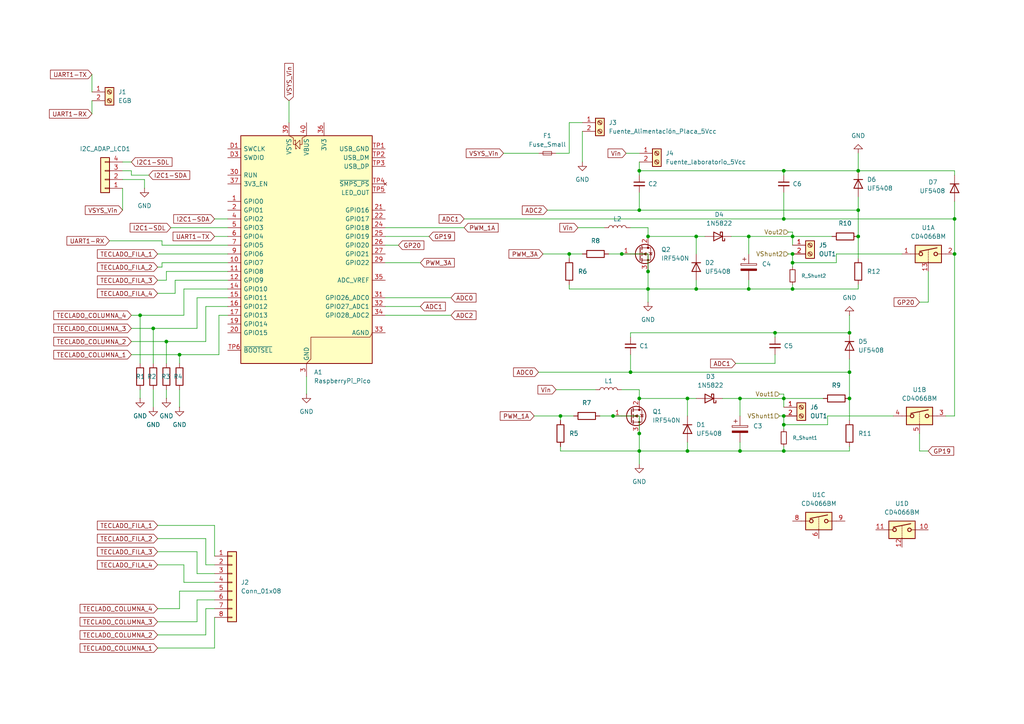
<source format=kicad_sch>
(kicad_sch (version 20250114) (generator "eeschema") (generator_version "9.0")
  (paper "A4")
  (title_block (title "Control de Fuente Elevadora de Tensión") (date "2025-07-13") (rev "00") (company "Grupo 1 Alonso, De Bonis, Silva"))
  (lib_symbols
    (symbol "Analog_Switch:CD4066BM"
      (property "Reference" "U" (at -5.08 3.81 0))
      (property "Value" "CD4066BM" (at 7.62 3.81 0))
      (symbol "CD4066BM_1_1"
        (pin bidirectional line (at -7.62 0 0) (length 2.54) (name "~") (number "1"))
        (pin input line (at 0 -5.08 90) (length 2.54) (name "~") (number "13"))
        (pin bidirectional line (at 7.62 0 180) (length 2.54) (name "~") (number "2"))
      )
      (symbol "CD4066BM_2_1"
        (pin bidirectional line (at -7.62 0 0) (length 2.54) (name "~") (number "4"))
        (pin input line (at 0 -5.08 90) (length 2.54) (name "~") (number "5"))
        (pin bidirectional line (at 7.62 0 180) (length 2.54) (name "~") (number "3"))
      )
      (symbol "CD4066BM_3_1"
        (pin bidirectional line (at -7.62 0 0) (length 2.54) (name "~") (number "8"))
        (pin input line (at 0 -5.08 90) (length 2.54) (name "~") (number "6"))
        (pin bidirectional line (at 7.62 0 180) (length 2.54) (name "~") (number "9"))
      )
      (symbol "CD4066BM_4_1"
        (pin bidirectional line (at -7.62 0 0) (length 2.54) (name "~") (number "11"))
        (pin input line (at 0 -5.08 90) (length 2.54) (name "~") (number "12"))
        (pin bidirectional line (at 7.62 0 180) (length 2.54) (name "~") (number "10"))
      )
      (symbol "CD4066BM_5_1"
        (pin power_in line (at 0 7.62 270) (length 2.54) (name "V_{DD}") (number "14"))
        (pin power_in line (at 0 -7.62 90) (length 2.54) (name "V_{SS}") (number "7"))
      )
    )
    (symbol "Connector:Screw_Terminal_01x02" (pin_names (offset 1.016) (hide yes))
      (property "Reference" "J" (at 0 2.54 0))
      (property "Value" "Screw_Terminal_01x02" (at 0 -5.08 0))
      (symbol "Screw_Terminal_01x02_1_1"
        (pin passive line (at -5.08 0 0) (length 3.81) (name "Pin_1") (number "1"))
        (pin passive line (at -5.08 -2.54 0) (length 3.81) (name "Pin_2") (number "2"))
      )
    )
    (symbol "Connector_Generic:Conn_01x04" (pin_names (offset 1.016) (hide yes))
      (property "Reference" "J" (at 0 5.08 0))
      (property "Value" "Conn_01x04" (at 0 -7.62 0))
      (symbol "Conn_01x04_1_1"
        (pin passive line (at -5.08 2.54 0) (length 3.81) (name "Pin_1") (number "1"))
        (pin passive line (at -5.08 0 0) (length 3.81) (name "Pin_2") (number "2"))
        (pin passive line (at -5.08 -2.54 0) (length 3.81) (name "Pin_3") (number "3"))
        (pin passive line (at -5.08 -5.08 0) (length 3.81) (name "Pin_4") (number "4"))
      )
    )
    (symbol "Connector_Generic:Conn_01x08" (pin_names (offset 1.016) (hide yes))
      (property "Reference" "J" (at 0 10.16 0))
      (property "Value" "Conn_01x08" (at 0 -12.7 0))
      (symbol "Conn_01x08_1_1"
        (pin passive line (at -5.08 7.62 0) (length 3.81) (name "Pin_1") (number "1"))
        (pin passive line (at -5.08 5.08 0) (length 3.81) (name "Pin_2") (number "2"))
        (pin passive line (at -5.08 2.54 0) (length 3.81) (name "Pin_3") (number "3"))
        (pin passive line (at -5.08 0 0) (length 3.81) (name "Pin_4") (number "4"))
        (pin passive line (at -5.08 -2.54 0) (length 3.81) (name "Pin_5") (number "5"))
        (pin passive line (at -5.08 -5.08 0) (length 3.81) (name "Pin_6") (number "6"))
        (pin passive line (at -5.08 -7.62 0) (length 3.81) (name "Pin_7") (number "7"))
        (pin passive line (at -5.08 -10.16 0) (length 3.81) (name "Pin_8") (number "8"))
      )
    )
    (symbol "Device:C_Polarized" (pin_numbers (hide yes)) (pin_names (offset 0.254))
      (property "Reference" "C" (at 0.635 2.54 0))
      (property "Value" "C_Polarized" (at 0.635 -2.54 0))
      (symbol "C_Polarized_1_1"
        (pin passive line (at 0 3.81 270) (length 2.794) (name "~") (number "1"))
        (pin passive line (at 0 -3.81 90) (length 2.794) (name "~") (number "2"))
      )
    )
    (symbol "Device:C_Small" (pin_numbers (hide yes)) (pin_names (offset 0.254) (hide yes))
      (property "Reference" "C" (at 0.254 1.778 0))
      (property "Value" "C_Small" (at 0.254 -2.032 0))
      (symbol "C_Small_1_1"
        (pin passive line (at 0 2.54 270) (length 2.032) (name "~") (number "1"))
        (pin passive line (at 0 -2.54 90) (length 2.032) (name "~") (number "2"))
      )
    )
    (symbol "Device:Fuse_Small" (pin_numbers (hide yes)) (pin_names (offset 0.254) (hide yes))
      (property "Reference" "F" (at 0 -1.524 0))
      (property "Value" "Fuse_Small" (at 0 1.524 0))
      (symbol "Fuse_Small_1_1"
        (pin passive line (at -2.54 0 0) (length 1.27) (name "~") (number "1"))
        (pin passive line (at 2.54 0 180) (length 1.27) (name "~") (number "2"))
      )
    )
    (symbol "Device:L" (pin_numbers (hide yes)) (pin_names (offset 1.016) (hide yes))
      (property "Reference" "L" (at -1.27 0 90))
      (property "Value" "L" (at 1.905 0 90))
      (symbol "L_1_1"
        (pin passive line (at 0 3.81 270) (length 1.27) (name "1") (number "1"))
        (pin passive line (at 0 -3.81 90) (length 1.27) (name "2") (number "2"))
      )
    )
    (symbol "Device:R" (pin_numbers (hide yes)) (pin_names (offset 0))
      (property "Reference" "R" (at 2.032 0 90))
      (property "Value" "R" (at 0 0 90))
      (symbol "R_1_1"
        (pin passive line (at 0 3.81 270) (length 1.27) (name "~") (number "1"))
        (pin passive line (at 0 -3.81 90) (length 1.27) (name "~") (number "2"))
      )
    )
    (symbol "Device:R_Small" (pin_numbers (hide yes)) (pin_names (offset 0.254) (hide yes))
      (property "Reference" "R" (at 0 0 90))
      (property "Value" "R_Small" (at 1.778 0 90))
      (symbol "R_Small_1_1"
        (pin passive line (at 0 2.54 270) (length 0.762) (name "~") (number "1"))
        (pin passive line (at 0 -2.54 90) (length 0.762) (name "~") (number "2"))
      )
    )
    (symbol "Diode:1N5822" (pin_numbers (hide yes)) (pin_names (offset 1.016) (hide yes))
      (property "Reference" "D" (at 0 2.54 0))
      (property "Value" "1N5822" (at 0 -2.54 0))
      (symbol "1N5822_1_1"
        (pin passive line (at -3.81 0 0) (length 2.54) (name "K") (number "1"))
        (pin passive line (at 3.81 0 180) (length 2.54) (name "A") (number "2"))
      )
    )
    (symbol "Diode:UF5408" (pin_numbers (hide yes)) (pin_names (hide yes))
      (property "Reference" "D" (at 0 2.54 0))
      (property "Value" "UF5408" (at 0 -2.54 0))
      (symbol "UF5408_1_1"
        (pin passive line (at -3.81 0 0) (length 2.54) (name "K") (number "1"))
        (pin passive line (at 3.81 0 180) (length 2.54) (name "A") (number "2"))
      )
    )
    (symbol "MCU_Module:RaspberryPi_Pico_Extensive" (pin_names (offset 0.762))
      (property "Reference" "A" (at -19.05 35.56 0))
      (property "Value" "RaspberryPi_Pico" (at 7.62 35.56 0))
      (symbol "RaspberryPi_Pico_Extensive_1_1"
        (pin input line (at -22.86 30.48 0) (length 3.81) (name "SWCLK") (number "D1"))
        (pin bidirectional line (at -22.86 27.94 0) (length 3.81) (name "SWDIO") (number "D3"))
        (pin passive line (at -22.86 22.86 0) (length 3.81) (name "RUN") (number "30"))
        (pin passive line (at -22.86 20.32 0) (length 3.81) (name "3V3_EN") (number "37"))
        (pin bidirectional line (at -22.86 15.24 0) (length 3.81) (name "GPIO0") (number "1"))
        (pin bidirectional line (at -22.86 12.7 0) (length 3.81) (name "GPIO1") (number "2"))
        (pin bidirectional line (at -22.86 10.16 0) (length 3.81) (name "GPIO2") (number "4"))
        (pin bidirectional line (at -22.86 7.62 0) (length 3.81) (name "GPIO3") (number "5"))
        (pin bidirectional line (at -22.86 5.08 0) (length 3.81) (name "GPIO4") (number "6"))
        (pin bidirectional line (at -22.86 2.54 0) (length 3.81) (name "GPIO5") (number "7"))
        (pin bidirectional line (at -22.86 0 0) (length 3.81) (name "GPIO6") (number "9"))
        (pin bidirectional line (at -22.86 -2.54 0) (length 3.81) (name "GPIO7") (number "10"))
        (pin bidirectional line (at -22.86 -5.08 0) (length 3.81) (name "GPIO8") (number "11"))
        (pin bidirectional line (at -22.86 -7.62 0) (length 3.81) (name "GPIO9") (number "12"))
        (pin bidirectional line (at -22.86 -10.16 0) (length 3.81) (name "GPIO10") (number "14"))
        (pin bidirectional line (at -22.86 -12.7 0) (length 3.81) (name "GPIO11") (number "15"))
        (pin bidirectional line (at -22.86 -15.24 0) (length 3.81) (name "GPIO12") (number "16"))
        (pin bidirectional line (at -22.86 -17.78 0) (length 3.81) (name "GPIO13") (number "17"))
        (pin bidirectional line (at -22.86 -20.32 0) (length 3.81) (name "GPIO14") (number "19"))
        (pin bidirectional line (at -22.86 -22.86 0) (length 3.81) (name "GPIO15") (number "20"))
        (pin input line (at -22.86 -27.94 0) (length 3.81) (name "~{BOOTSEL}") (number "TP6"))
        (pin power_in line (at -5.08 38.1 270) (length 3.81) (name "VSYS") (number "39"))
        (pin power_out line (at 0 38.1 270) (length 3.81) (name "VBUS") (number "40"))
        (pin passive line (at 0 -35.56 90) (length 3.81) (hide yes) (name "GND") (number "13"))
        (pin passive line (at 0 -35.56 90) (length 3.81) (hide yes) (name "GND") (number "18"))
        (pin passive line (at 0 -35.56 90) (length 3.81) (hide yes) (name "GND") (number "23"))
        (pin passive line (at 0 -35.56 90) (length 3.81) (hide yes) (name "GND") (number "28"))
        (pin power_out line (at 0 -35.56 90) (length 3.81) (name "GND") (number "3"))
        (pin passive line (at 0 -35.56 90) (length 3.81) (hide yes) (name "GND") (number "38"))
        (pin passive line (at 0 -35.56 90) (length 3.81) (hide yes) (name "GND") (number "8"))
        (pin passive line (at 0 -35.56 90) (length 3.81) (hide yes) (name "GND") (number "D2"))
        (pin power_out line (at 5.08 38.1 270) (length 3.81) (name "3V3") (number "36"))
        (pin power_out line (at 22.86 30.48 180) (length 3.81) (name "USB_GND") (number "TP1"))
        (pin bidirectional line (at 22.86 27.94 180) (length 3.81) (name "USB_DM") (number "TP2"))
        (pin bidirectional line (at 22.86 25.4 180) (length 3.81) (name "USB_DP") (number "TP3"))
        (pin no_connect line (at 22.86 20.32 180) (length 3.81) (name "~{SMPS_PS}") (number "TP4"))
        (pin output line (at 22.86 17.78 180) (length 3.81) (name "LED_OUT") (number "TP5"))
        (pin bidirectional line (at 22.86 12.7 180) (length 3.81) (name "GPIO16") (number "21"))
        (pin bidirectional line (at 22.86 10.16 180) (length 3.81) (name "GPIO17") (number "22"))
        (pin bidirectional line (at 22.86 7.62 180) (length 3.81) (name "GPIO18") (number "24"))
        (pin bidirectional line (at 22.86 5.08 180) (length 3.81) (name "GPIO19") (number "25"))
        (pin bidirectional line (at 22.86 2.54 180) (length 3.81) (name "GPIO20") (number "26"))
        (pin bidirectional line (at 22.86 0 180) (length 3.81) (name "GPIO21") (number "27"))
        (pin bidirectional line (at 22.86 -2.54 180) (length 3.81) (name "GPIO22") (number "29"))
        (pin power_in line (at 22.86 -7.62 180) (length 3.81) (name "ADC_VREF") (number "35"))
        (pin bidirectional line (at 22.86 -12.7 180) (length 3.81) (name "GPIO26_ADC0") (number "31"))
        (pin bidirectional line (at 22.86 -15.24 180) (length 3.81) (name "GPIO27_ADC1") (number "32"))
        (pin bidirectional line (at 22.86 -17.78 180) (length 3.81) (name "GPIO28_ADC2") (number "34"))
        (pin power_out line (at 22.86 -22.86 180) (length 3.81) (name "AGND") (number "33"))
      )
    )
    (symbol "Transistor_FET:IRF540N" (pin_names (hide yes))
      (property "Reference" "Q" (at 5.08 1.905 0))
      (property "Value" "IRF540N" (at 5.08 0 0))
      (symbol "IRF540N_1_1"
        (pin input line (at -5.08 0 0) (length 2.54) (name "G") (number "1"))
        (pin passive line (at 2.54 5.08 270) (length 2.54) (name "D") (number "2"))
        (pin passive line (at 2.54 -5.08 90) (length 2.54) (name "S") (number "3"))
      )
    )
    (symbol "power:GND" (power) (pin_numbers (hide yes)) (pin_names (offset 0) (hide yes))
      (property "Value" "GND" (at 0 -3.81 0))
      (symbol "GND_1_1"
        (pin power_in line (at 0 0 270) (length 0) (name "~") (number "1"))
      )
    )
  )
  (junction (at 214.63 130.81))
  (junction (at 217.17 68.58))
  (junction (at 224.79 96.52))
  (junction (at 217.17 83.82))
  (junction (at 276.86 73.66))
  (junction (at 162.56 120.65))
  (junction (at 187.96 68.58))
  (junction (at 248.92 68.58))
  (junction (at 229.87 68.58))
  (junction (at 187.96 83.82))
  (junction (at 227.33 63.5))
  (junction (at 182.88 107.95))
  (junction (at 185.42 60.96))
  (junction (at 44.45 95.25))
  (junction (at 229.87 76.2))
  (junction (at 48.26 99.06))
  (junction (at 185.42 115.57))
  (junction (at 248.92 49.53))
  (junction (at 214.63 115.57))
  (junction (at 246.38 107.95))
  (junction (at 185.42 125.73))
  (junction (at 180.34 73.66))
  (junction (at 185.42 49.53))
  (junction (at 227.33 120.65))
  (junction (at 201.93 68.58))
  (junction (at 229.87 83.82))
  (junction (at 227.33 115.57))
  (junction (at 201.93 83.82))
  (junction (at 177.8 120.65))
  (junction (at 246.38 115.57))
  (junction (at 276.86 63.5))
  (junction (at 199.39 115.57))
  (junction (at 229.87 73.66))
  (junction (at 248.92 60.96))
  (junction (at 52.07 102.87))
  (junction (at 227.33 49.53))
  (junction (at 227.33 130.81))
  (junction (at 187.96 78.74))
  (junction (at 185.42 130.81))
  (junction (at 165.1 73.66))
  (junction (at 246.38 96.52))
  (junction (at 40.64 91.44))
  (junction (at 227.33 123.19))
  (junction (at 199.39 130.81))
  (wire (pts (xy 227.33 120.65) (xy 227.33 123.19)))
  (wire (pts (xy 165.1 35.56) (xy 165.1 44.45)))
  (wire (pts (xy 227.33 115.57) (xy 238.76 115.57)))
  (wire (pts (xy 182.88 96.52) (xy 224.79 96.52)))
  (wire (pts (xy 187.96 83.82) (xy 201.93 83.82)))
  (wire (pts (xy 201.93 81.28) (xy 201.93 83.82)))
  (wire (pts (xy 111.76 91.44) (xy 130.81 91.44)))
  (wire (pts (xy 43.18 50.8) (xy 38.1 50.8)))
  (wire (pts (xy 46.99 69.85) (xy 31.75 69.85)))
  (wire (pts (xy 248.92 68.58) (xy 248.92 74.93)))
  (wire (pts (xy 242.57 76.2) (xy 242.57 73.66)))
  (wire (pts (xy 45.72 73.66) (xy 66.04 73.66)))
  (wire (pts (xy 242.57 73.66) (xy 261.62 73.66)))
  (wire (pts (xy 227.33 49.53) (xy 248.92 49.53)))
  (wire (pts (xy 240.03 120.65) (xy 259.08 120.65)))
  (wire (pts (xy 161.29 113.03) (xy 172.72 113.03)))
  (wire (pts (xy 48.26 99.06) (xy 48.26 105.41)))
  (wire (pts (xy 59.69 184.15) (xy 59.69 176.53)))
  (wire (pts (xy 214.63 115.57) (xy 214.63 120.65)))
  (wire (pts (xy 45.72 160.02) (xy 57.15 160.02)))
  (wire (pts (xy 185.42 115.57) (xy 199.39 115.57)))
  (wire (pts (xy 229.87 67.31) (xy 228.6 67.31)))
  (wire (pts (xy 40.64 91.44) (xy 38.1 91.44)))
  (wire (pts (xy 217.17 68.58) (xy 217.17 73.66)))
  (wire (pts (xy 45.72 85.09) (xy 50.8 85.09)))
  (wire (pts (xy 59.69 156.21) (xy 59.69 163.83)))
  (wire (pts (xy 48.26 99.06) (xy 38.1 99.06)))
  (wire (pts (xy 157.48 73.66) (xy 165.1 73.66)))
  (wire (pts (xy 199.39 130.81) (xy 214.63 130.81)))
  (wire (pts (xy 229.87 73.66) (xy 228.6 73.66)))
  (wire (pts (xy 53.34 91.44) (xy 40.64 91.44)))
  (wire (pts (xy 40.64 113.03) (xy 40.64 115.57)))
  (wire (pts (xy 276.86 120.65) (xy 276.86 73.66)))
  (wire (pts (xy 66.04 76.2) (xy 46.99 76.2)))
  (wire (pts (xy 59.69 176.53) (xy 62.23 176.53)))
  (wire (pts (xy 246.38 91.44) (xy 246.38 96.52)))
  (wire (pts (xy 66.04 91.44) (xy 63.5 91.44)))
  (wire (pts (xy 59.69 163.83) (xy 62.23 163.83)))
  (wire (pts (xy 168.91 38.1) (xy 168.91 46.99)))
  (wire (pts (xy 134.62 63.5) (xy 227.33 63.5)))
  (wire (pts (xy 276.86 58.42) (xy 276.86 63.5)))
  (wire (pts (xy 185.42 46.99) (xy 185.42 49.53)))
  (wire (pts (xy 57.15 173.99) (xy 62.23 173.99)))
  (wire (pts (xy 227.33 123.19) (xy 227.33 124.46)))
  (wire (pts (xy 266.7 87.63) (xy 269.24 87.63)))
  (wire (pts (xy 274.32 120.65) (xy 276.86 120.65)))
  (wire (pts (xy 240.03 123.19) (xy 240.03 120.65)))
  (wire (pts (xy 185.42 113.03) (xy 185.42 115.57)))
  (wire (pts (xy 185.42 49.53) (xy 227.33 49.53)))
  (wire (pts (xy 248.92 44.45) (xy 248.92 49.53)))
  (wire (pts (xy 165.1 83.82) (xy 187.96 83.82)))
  (wire (pts (xy 180.34 113.03) (xy 185.42 113.03)))
  (wire (pts (xy 63.5 91.44) (xy 63.5 102.87)))
  (wire (pts (xy 46.99 77.47) (xy 45.72 77.47)))
  (wire (pts (xy 52.07 102.87) (xy 38.1 102.87)))
  (wire (pts (xy 62.23 187.96) (xy 45.72 187.96)))
  (wire (pts (xy 227.33 123.19) (xy 240.03 123.19)))
  (wire (pts (xy 180.34 73.66) (xy 187.96 73.66)))
  (wire (pts (xy 227.33 130.81) (xy 246.38 130.81)))
  (wire (pts (xy 185.42 49.53) (xy 185.42 50.8)))
  (wire (pts (xy 52.07 171.45) (xy 62.23 171.45)))
  (wire (pts (xy 168.91 35.56) (xy 165.1 35.56)))
  (wire (pts (xy 45.72 176.53) (xy 52.07 176.53)))
  (wire (pts (xy 227.33 115.57) (xy 227.33 114.3)))
  (wire (pts (xy 229.87 68.58) (xy 229.87 71.12)))
  (wire (pts (xy 187.96 68.58) (xy 201.93 68.58)))
  (wire (pts (xy 44.45 113.03) (xy 44.45 118.11)))
  (wire (pts (xy 57.15 180.34) (xy 57.15 173.99)))
  (wire (pts (xy 229.87 82.55) (xy 229.87 83.82)))
  (wire (pts (xy 45.72 156.21) (xy 59.69 156.21)))
  (wire (pts (xy 158.75 60.96) (xy 185.42 60.96)))
  (wire (pts (xy 201.93 68.58) (xy 201.93 73.66)))
  (wire (pts (xy 187.96 73.66) (xy 187.96 78.74)))
  (wire (pts (xy 154.94 120.65) (xy 162.56 120.65)))
  (wire (pts (xy 224.79 96.52) (xy 246.38 96.52)))
  (wire (pts (xy 181.61 44.45) (xy 185.42 44.45)))
  (wire (pts (xy 182.88 66.04) (xy 187.96 66.04)))
  (wire (pts (xy 187.96 83.82) (xy 187.96 87.63)))
  (wire (pts (xy 45.72 163.83) (xy 53.34 163.83)))
  (wire (pts (xy 66.04 78.74) (xy 48.26 78.74)))
  (wire (pts (xy 52.07 102.87) (xy 52.07 105.41)))
  (wire (pts (xy 59.69 88.9) (xy 66.04 88.9)))
  (wire (pts (xy 214.63 115.57) (xy 227.33 115.57)))
  (wire (pts (xy 201.93 83.82) (xy 217.17 83.82)))
  (wire (pts (xy 156.21 107.95) (xy 182.88 107.95)))
  (wire (pts (xy 66.04 71.12) (xy 46.99 71.12)))
  (wire (pts (xy 246.38 104.14) (xy 246.38 107.95)))
  (wire (pts (xy 111.76 86.36) (xy 130.81 86.36)))
  (wire (pts (xy 111.76 71.12) (xy 115.57 71.12)))
  (wire (pts (xy 276.86 63.5) (xy 276.86 73.66)))
  (wire (pts (xy 53.34 168.91) (xy 62.23 168.91)))
  (wire (pts (xy 229.87 73.66) (xy 229.87 76.2)))
  (wire (pts (xy 38.1 50.8) (xy 38.1 49.53)))
  (wire (pts (xy 227.33 114.3) (xy 226.06 114.3)))
  (wire (pts (xy 185.42 130.81) (xy 199.39 130.81)))
  (wire (pts (xy 217.17 81.28) (xy 217.17 83.82)))
  (wire (pts (xy 212.09 68.58) (xy 217.17 68.58)))
  (wire (pts (xy 35.56 46.99) (xy 38.1 46.99)))
  (wire (pts (xy 45.72 180.34) (xy 57.15 180.34)))
  (wire (pts (xy 185.42 55.88) (xy 185.42 60.96)))
  (wire (pts (xy 162.56 120.65) (xy 162.56 121.92)))
  (wire (pts (xy 63.5 102.87) (xy 52.07 102.87)))
  (wire (pts (xy 182.88 102.87) (xy 182.88 107.95)))
  (wire (pts (xy 26.67 29.21) (xy 26.67 33.02)))
  (wire (pts (xy 248.92 60.96) (xy 248.92 68.58)))
  (wire (pts (xy 57.15 95.25) (xy 44.45 95.25)))
  (wire (pts (xy 199.39 115.57) (xy 199.39 120.65)))
  (wire (pts (xy 165.1 82.55) (xy 165.1 83.82)))
  (wire (pts (xy 269.24 87.63) (xy 269.24 78.74)))
  (wire (pts (xy 167.64 66.04) (xy 175.26 66.04)))
  (wire (pts (xy 229.87 68.58) (xy 229.87 67.31)))
  (wire (pts (xy 227.33 120.65) (xy 226.06 120.65)))
  (wire (pts (xy 59.69 99.06) (xy 48.26 99.06)))
  (wire (pts (xy 46.99 71.12) (xy 46.99 69.85)))
  (wire (pts (xy 246.38 107.95) (xy 182.88 107.95)))
  (wire (pts (xy 62.23 152.4) (xy 62.23 161.29)))
  (wire (pts (xy 176.53 73.66) (xy 180.34 73.66)))
  (wire (pts (xy 229.87 68.58) (xy 241.3 68.58)))
  (wire (pts (xy 111.76 68.58) (xy 124.46 68.58)))
  (wire (pts (xy 161.29 44.45) (xy 165.1 44.45)))
  (wire (pts (xy 248.92 82.55) (xy 248.92 83.82)))
  (wire (pts (xy 199.39 128.27) (xy 199.39 130.81)))
  (wire (pts (xy 185.42 130.81) (xy 185.42 134.62)))
  (wire (pts (xy 213.36 105.41) (xy 224.79 105.41)))
  (wire (pts (xy 187.96 78.74) (xy 187.96 83.82)))
  (wire (pts (xy 48.26 113.03) (xy 48.26 115.57)))
  (wire (pts (xy 162.56 130.81) (xy 185.42 130.81)))
  (wire (pts (xy 146.05 44.45) (xy 156.21 44.45)))
  (wire (pts (xy 266.7 130.81) (xy 266.7 125.73)))
  (wire (pts (xy 62.23 63.5) (xy 66.04 63.5)))
  (wire (pts (xy 185.42 120.65) (xy 185.42 125.73)))
  (wire (pts (xy 62.23 179.07) (xy 62.23 187.96)))
  (wire (pts (xy 246.38 115.57) (xy 246.38 121.92)))
  (wire (pts (xy 45.72 184.15) (xy 59.69 184.15)))
  (wire (pts (xy 46.99 76.2) (xy 46.99 77.47)))
  (wire (pts (xy 83.82 29.21) (xy 83.82 35.56)))
  (wire (pts (xy 35.56 52.07) (xy 41.91 52.07)))
  (wire (pts (xy 41.91 54.61) (xy 41.91 52.07)))
  (wire (pts (xy 48.26 78.74) (xy 48.26 81.28)))
  (wire (pts (xy 201.93 68.58) (xy 204.47 68.58)))
  (wire (pts (xy 26.67 21.59) (xy 26.67 26.67)))
  (wire (pts (xy 35.56 54.61) (xy 35.56 60.96)))
  (wire (pts (xy 227.33 129.54) (xy 227.33 130.81)))
  (wire (pts (xy 214.63 130.81) (xy 227.33 130.81)))
  (wire (pts (xy 229.87 83.82) (xy 248.92 83.82)))
  (wire (pts (xy 52.07 176.53) (xy 52.07 171.45)))
  (wire (pts (xy 45.72 81.28) (xy 48.26 81.28)))
  (wire (pts (xy 66.04 86.36) (xy 57.15 86.36)))
  (wire (pts (xy 53.34 83.82) (xy 53.34 91.44)))
  (wire (pts (xy 185.42 125.73) (xy 185.42 130.81)))
  (wire (pts (xy 57.15 86.36) (xy 57.15 95.25)))
  (wire (pts (xy 276.86 50.8) (xy 276.86 49.53)))
  (wire (pts (xy 111.76 76.2) (xy 121.92 76.2)))
  (wire (pts (xy 52.07 113.03) (xy 52.07 118.11)))
  (wire (pts (xy 246.38 107.95) (xy 246.38 115.57)))
  (wire (pts (xy 248.92 57.15) (xy 248.92 60.96)))
  (wire (pts (xy 57.15 160.02) (xy 57.15 166.37)))
  (wire (pts (xy 173.99 120.65) (xy 177.8 120.65)))
  (wire (pts (xy 182.88 96.52) (xy 182.88 97.79)))
  (wire (pts (xy 217.17 83.82) (xy 229.87 83.82)))
  (wire (pts (xy 199.39 115.57) (xy 201.93 115.57)))
  (wire (pts (xy 227.33 63.5) (xy 276.86 63.5)))
  (wire (pts (xy 165.1 73.66) (xy 165.1 74.93)))
  (wire (pts (xy 66.04 83.82) (xy 53.34 83.82)))
  (wire (pts (xy 187.96 66.04) (xy 187.96 68.58)))
  (wire (pts (xy 209.55 115.57) (xy 214.63 115.57)))
  (wire (pts (xy 177.8 120.65) (xy 185.42 120.65)))
  (wire (pts (xy 44.45 95.25) (xy 38.1 95.25)))
  (wire (pts (xy 217.17 68.58) (xy 229.87 68.58)))
  (wire (pts (xy 44.45 95.25) (xy 44.45 105.41)))
  (wire (pts (xy 248.92 60.96) (xy 185.42 60.96)))
  (wire (pts (xy 66.04 81.28) (xy 50.8 81.28)))
  (wire (pts (xy 49.53 66.04) (xy 66.04 66.04)))
  (wire (pts (xy 162.56 129.54) (xy 162.56 130.81)))
  (wire (pts (xy 269.24 130.81) (xy 266.7 130.81)))
  (wire (pts (xy 227.33 115.57) (xy 227.33 118.11)))
  (wire (pts (xy 224.79 96.52) (xy 224.79 97.79)))
  (wire (pts (xy 38.1 49.53) (xy 35.56 49.53)))
  (wire (pts (xy 50.8 81.28) (xy 50.8 85.09)))
  (wire (pts (xy 53.34 163.83) (xy 53.34 168.91)))
  (wire (pts (xy 111.76 88.9) (xy 121.92 88.9)))
  (wire (pts (xy 224.79 105.41) (xy 224.79 102.87)))
  (wire (pts (xy 40.64 91.44) (xy 40.64 105.41)))
  (wire (pts (xy 62.23 68.58) (xy 66.04 68.58)))
  (wire (pts (xy 227.33 55.88) (xy 227.33 63.5)))
  (wire (pts (xy 45.72 152.4) (xy 62.23 152.4)))
  (wire (pts (xy 111.76 66.04) (xy 134.62 66.04)))
  (wire (pts (xy 162.56 120.65) (xy 166.37 120.65)))
  (wire (pts (xy 59.69 88.9) (xy 59.69 99.06)))
  (wire (pts (xy 165.1 73.66) (xy 168.91 73.66)))
  (wire (pts (xy 214.63 128.27) (xy 214.63 130.81)))
  (wire (pts (xy 88.9 109.22) (xy 88.9 114.3)))
  (wire (pts (xy 229.87 76.2) (xy 229.87 77.47)))
  (wire (pts (xy 229.87 76.2) (xy 242.57 76.2)))
  (wire (pts (xy 246.38 129.54) (xy 246.38 130.81)))
  (wire (pts (xy 57.15 166.37) (xy 62.23 166.37)))
  (wire (pts (xy 276.86 49.53) (xy 248.92 49.53)))
  (wire (pts (xy 227.33 49.53) (xy 227.33 50.8)))
  (global_label "GP20" (shape input) (at 115.57 71.12 0) (property "Intersheetrefs" "${INTERSHEET_REFS}" (effects (hide yes))))
  (global_label "ADC1" (shape input) (at 134.62 63.5 180) (property "Intersheetrefs" "${INTERSHEET_REFS}" (effects (hide yes))))
  (global_label "PWM_3A" (shape input) (at 121.92 76.2 0) (property "Intersheetrefs" "${INTERSHEET_REFS}" (effects (hide yes))))
  (global_label "TECLADO_FILA_4" (shape input) (at 45.72 85.09 180) (property "Intersheetrefs" "${INTERSHEET_REFS}" (effects (hide yes))))
  (global_label "GP19" (shape input) (at 124.46 68.58 0) (property "Intersheetrefs" "${INTERSHEET_REFS}" (effects (hide yes))))
  (global_label "ADC2" (shape input) (at 130.81 91.44 0) (property "Intersheetrefs" "${INTERSHEET_REFS}" (effects (hide yes))))
  (global_label "ADC0" (shape input) (at 130.81 86.36 0) (property "Intersheetrefs" "${INTERSHEET_REFS}" (effects (hide yes))))
  (global_label "TECLADO_COLUMNA_3" (shape input) (at 45.72 180.34 180) (property "Intersheetrefs" "${INTERSHEET_REFS}" (effects (hide yes))))
  (global_label "I2C1-SDA" (shape input) (at 43.18 50.8 0) (property "Intersheetrefs" "${INTERSHEET_REFS}" (effects (hide yes))))
  (global_label "ADC0" (shape input) (at 156.21 107.95 180) (property "Intersheetrefs" "${INTERSHEET_REFS}" (effects (hide yes))))
  (global_label "GP19" (shape input) (at 269.24 130.81 0) (property "Intersheetrefs" "${INTERSHEET_REFS}" (effects (hide yes))))
  (global_label "TECLADO_FILA_4" (shape input) (at 45.72 163.83 180) (property "Intersheetrefs" "${INTERSHEET_REFS}" (effects (hide yes))))
  (global_label "UART1-RX" (shape input) (at 31.75 69.85 180) (property "Intersheetrefs" "${INTERSHEET_REFS}" (effects (hide yes))))
  (global_label "Vin" (shape input) (at 167.64 66.04 180) (property "Intersheetrefs" "${INTERSHEET_REFS}" (effects (hide yes))))
  (global_label "TECLADO_FILA_1" (shape input) (at 45.72 152.4 180) (property "Intersheetrefs" "${INTERSHEET_REFS}" (effects (hide yes))))
  (global_label "I2C1-SDL" (shape input) (at 38.1 46.99 0) (property "Intersheetrefs" "${INTERSHEET_REFS}" (effects (hide yes))))
  (global_label "ADC2" (shape input) (at 158.75 60.96 180) (property "Intersheetrefs" "${INTERSHEET_REFS}" (effects (hide yes))))
  (global_label "GP20" (shape input) (at 266.7 87.63 180) (property "Intersheetrefs" "${INTERSHEET_REFS}" (effects (hide yes))))
  (global_label "UART1-TX" (shape input) (at 26.67 21.59 180) (property "Intersheetrefs" "${INTERSHEET_REFS}" (effects (hide yes))))
  (global_label "TECLADO_COLUMNA_1" (shape input) (at 45.72 187.96 180) (property "Intersheetrefs" "${INTERSHEET_REFS}" (effects (hide yes))))
  (global_label "TECLADO_COLUMNA_4" (shape input) (at 38.1 91.44 180) (property "Intersheetrefs" "${INTERSHEET_REFS}" (effects (hide yes))))
  (global_label "UART1-RX" (shape input) (at 26.67 33.02 180) (property "Intersheetrefs" "${INTERSHEET_REFS}" (effects (hide yes))))
  (global_label "I2C1-SDL" (shape input) (at 49.53 66.04 180) (property "Intersheetrefs" "${INTERSHEET_REFS}" (effects (hide yes))))
  (global_label "TECLADO_COLUMNA_2" (shape input) (at 38.1 99.06 180) (property "Intersheetrefs" "${INTERSHEET_REFS}" (effects (hide yes))))
  (global_label "PWM_1A" (shape input) (at 154.94 120.65 180) (property "Intersheetrefs" "${INTERSHEET_REFS}" (effects (hide yes))))
  (global_label "ADC1" (shape input) (at 121.92 88.9 0) (property "Intersheetrefs" "${INTERSHEET_REFS}" (effects (hide yes))))
  (global_label "VSYS_Vin" (shape input) (at 35.56 60.96 180) (property "Intersheetrefs" "${INTERSHEET_REFS}" (effects (hide yes))))
  (global_label "Vin" (shape input) (at 161.29 113.03 180) (property "Intersheetrefs" "${INTERSHEET_REFS}" (effects (hide yes))))
  (global_label "ADC1" (shape input) (at 213.36 105.41 180) (property "Intersheetrefs" "${INTERSHEET_REFS}" (effects (hide yes))))
  (global_label "TECLADO_FILA_3" (shape input) (at 45.72 81.28 180) (property "Intersheetrefs" "${INTERSHEET_REFS}" (effects (hide yes))))
  (global_label "TECLADO_COLUMNA_4" (shape input) (at 45.72 176.53 180) (property "Intersheetrefs" "${INTERSHEET_REFS}" (effects (hide yes))))
  (global_label "VSYS_Vin" (shape input) (at 83.82 29.21 90) (property "Intersheetrefs" "${INTERSHEET_REFS}" (effects (hide yes))))
  (global_label "PWM_1A" (shape input) (at 134.62 66.04 0) (property "Intersheetrefs" "${INTERSHEET_REFS}" (effects (hide yes))))
  (global_label "TECLADO_FILA_2" (shape input) (at 45.72 77.47 180) (property "Intersheetrefs" "${INTERSHEET_REFS}" (effects (hide yes))))
  (global_label "TECLADO_FILA_3" (shape input) (at 45.72 160.02 180) (property "Intersheetrefs" "${INTERSHEET_REFS}" (effects (hide yes))))
  (global_label "I2C1-SDA" (shape input) (at 62.23 63.5 180) (property "Intersheetrefs" "${INTERSHEET_REFS}" (effects (hide yes))))
  (global_label "TECLADO_COLUMNA_3" (shape input) (at 38.1 95.25 180) (property "Intersheetrefs" "${INTERSHEET_REFS}" (effects (hide yes))))
  (global_label "PWM_3A" (shape input) (at 157.48 73.66 180) (property "Intersheetrefs" "${INTERSHEET_REFS}" (effects (hide yes))))
  (global_label "UART1-TX" (shape input) (at 62.23 68.58 180) (property "Intersheetrefs" "${INTERSHEET_REFS}" (effects (hide yes))))
  (global_label "TECLADO_COLUMNA_1" (shape input) (at 38.1 102.87 180) (property "Intersheetrefs" "${INTERSHEET_REFS}" (effects (hide yes))))
  (global_label "VSYS_Vin" (shape input) (at 146.05 44.45 180) (property "Intersheetrefs" "${INTERSHEET_REFS}" (effects (hide yes))))
  (global_label "TECLADO_FILA_2" (shape input) (at 45.72 156.21 180) (property "Intersheetrefs" "${INTERSHEET_REFS}" (effects (hide yes))))
  (global_label "TECLADO_COLUMNA_2" (shape input) (at 45.72 184.15 180) (property "Intersheetrefs" "${INTERSHEET_REFS}" (effects (hide yes))))
  (global_label "Vin" (shape input) (at 181.61 44.45 180) (property "Intersheetrefs" "${INTERSHEET_REFS}" (effects (hide yes))))
  (global_label "TECLADO_FILA_1" (shape input) (at 45.72 73.66 180) (property "Intersheetrefs" "${INTERSHEET_REFS}" (effects (hide yes))))
  (hierarchical_label "VShunt2" (shape input) (at 228.6 73.66 180))
  (hierarchical_label "Vout1" (shape input) (at 226.06 114.3 180))
  (hierarchical_label "Vout2" (shape input) (at 228.6 67.31 180))
  (hierarchical_label "VShunt1" (shape input) (at 226.06 120.65 180))
  (symbol (lib_id "Connector_Generic:Conn_01x08") (at 67.31 168.91 0) (unit 1)
    (property "Reference" "J2" (at 69.85 168.9099 0) (effects (justify left)))
    (property "Value" "Conn_01x08" (at 69.85 171.4499 0) (effects (justify left)))
    (property "Footprint" "Connector_PinSocket_2.00mm:PinSocket_1x08_P2.00mm_Horizontal" (effects (hide yes)))
    (property "Description" "Generic connector, single row, 01x08, script generated (kicad-library-utils/schlib/autogen/connector/)" (effects (hide yes)))
  )
  (symbol (lib_id "power:GND") (at 48.26 115.57 0) (unit 1)
    (property "Reference" "#PWR04" (effects (hide yes)))
    (property "Value" "GND" (at 48.26 120.65 0))
    (property "Description" "Power symbol creates a global label with name \"GND\" , ground" (effects (hide yes)))
  )
  (symbol (lib_id "power:GND") (at 88.9 114.3 0) (unit 1)
    (property "Reference" "#PWR06" (effects (hide yes)))
    (property "Value" "GND" (at 88.9 119.38 0))
    (property "Description" "Power symbol creates a global label with name \"GND\" , ground" (effects (hide yes)))
  )
  (symbol (lib_id "Device:R") (at 40.64 109.22 0) (unit 1)
    (property "Reference" "R1" (at 39.37 109.2199 0) (effects (justify left)))
    (property "Value" "R" (effects (hide yes)))
    (property "Footprint" "Resistor_THT:R_Axial_DIN0614_L14.3mm_D5.7mm_P15.24mm_Horizontal" (effects (hide yes)))
    (property "Description" "Resistor" (effects (hide yes)))
  )
  (symbol (lib_id "Device:R") (at 242.57 115.57 90) (unit 1)
    (property "Reference" "R9" (at 242.57 111.76 90))
    (property "Value" "R" (effects (hide yes)))
    (property "Footprint" "Resistor_THT:R_Axial_DIN0614_L14.3mm_D5.7mm_P15.24mm_Horizontal" (effects (hide yes)))
    (property "Description" "Resistor" (effects (hide yes)))
  )
  (symbol (lib_id "Device:R") (at 44.45 109.22 0) (unit 1)
    (property "Reference" "R2" (at 42.672 109.22 0) (effects (justify left)))
    (property "Value" "R" (effects (hide yes)))
    (property "Footprint" "Resistor_THT:R_Axial_DIN0614_L14.3mm_D5.7mm_P15.24mm_Horizontal" (effects (hide yes)))
    (property "Description" "Resistor" (effects (hide yes)))
  )
  (symbol (lib_id "power:GND") (at 248.92 44.45 180) (unit 1)
    (property "Reference" "#PWR011" (effects (hide yes)))
    (property "Value" "GND" (at 248.92 39.37 0))
    (property "Description" "Power symbol creates a global label with name \"GND\" , ground" (effects (hide yes)))
  )
  (symbol (lib_id "Diode:1N5822") (at 205.74 115.57 180) (unit 1)
    (property "Reference" "D3" (at 206.0575 109.22 0))
    (property "Value" "1N5822" (at 206.0575 111.76 0))
    (property "Footprint" "Diode_THT:D_DO-201AD_P15.24mm_Horizontal" (effects (hide yes)))
    (property "Datasheet" "http://www.vishay.com/docs/88526/1n5820.pdf" (effects (hide yes)))
    (property "Description" "40V 3A Schottky Barrier Rectifier Diode, DO-201AD" (effects (hide yes)))
  )
  (symbol (lib_id "Device:R") (at 245.11 68.58 90) (unit 1)
    (property "Reference" "R10" (at 245.11 64.77 90))
    (property "Value" "R" (effects (hide yes)))
    (property "Footprint" "Resistor_THT:R_Axial_DIN0614_L14.3mm_D5.7mm_P15.24mm_Horizontal" (effects (hide yes)))
    (property "Description" "Resistor" (effects (hide yes)))
  )
  (symbol (lib_id "Diode:UF5408") (at 201.93 77.47 270) (unit 1)
    (property "Reference" "D2" (at 204.47 76.1999 90) (effects (justify left)))
    (property "Value" "UF5408" (at 204.47 78.7399 90) (effects (justify left)))
    (property "Footprint" "Diode_THT:D_DO-201AD_P15.24mm_Horizontal" (effects (hide yes)))
    (property "Datasheet" "http://www.vishay.com/docs/88756/uf5400.pdf" (effects (hide yes)))
    (property "Description" "1000V 3A Soft Recovery Ultrafast Rectifier Diode, DO-201AD" (effects (hide yes)))
    (property "Sim.Device" "D" (effects (hide yes)))
    (property "Sim.Pins" "1=K 2=A" (effects (hide yes)))
  )
  (symbol (lib_id "power:GND") (at 168.91 46.99 0) (unit 1)
    (property "Reference" "#PWR07" (effects (hide yes)))
    (property "Value" "GND" (at 168.91 52.07 0))
    (property "Description" "Power symbol creates a global label with name \"GND\" , ground" (effects (hide yes)))
  )
  (symbol (lib_id "Device:C_Small") (at 224.79 100.33 0) (unit 1)
    (property "Reference" "C5" (at 227.33 100.3362 0) (effects (justify left)))
    (property "Value" "C_Small" (effects (hide yes)))
    (property "Footprint" "Capacitor_THT:C_Axial_L3.8mm_D2.6mm_P7.50mm_Horizontal" (effects (hide yes)))
    (property "Description" "Unpolarized capacitor, small symbol" (effects (hide yes)))
  )
  (symbol (lib_id "Diode:UF5408") (at 246.38 100.33 270) (unit 1)
    (property "Reference" "D5" (at 248.92 99.0599 90) (effects (justify left)))
    (property "Value" "UF5408" (at 248.92 101.5999 90) (effects (justify left)))
    (property "Footprint" "Diode_THT:D_DO-201AD_P15.24mm_Horizontal" (effects (hide yes)))
    (property "Datasheet" "http://www.vishay.com/docs/88756/uf5400.pdf" (effects (hide yes)))
    (property "Description" "1000V 3A Soft Recovery Ultrafast Rectifier Diode, DO-201AD" (effects (hide yes)))
    (property "Sim.Device" "D" (effects (hide yes)))
    (property "Sim.Pins" "1=K 2=A" (effects (hide yes)))
  )
  (symbol (lib_id "Connector:Screw_Terminal_01x02") (at 173.99 35.56 0) (unit 1)
    (property "Reference" "J3" (at 176.53 35.5599 0) (effects (justify left)))
    (property "Value" "Fuente_Alimentación_Placa_5Vcc" (at 176.53 38.0999 0) (effects (justify left)))
    (property "Footprint" "TerminalBlock_Phoenix:TerminalBlock_Phoenix_MKDS-1,5-2-5.08_1x02_P5.08mm_Horizontal" (effects (hide yes)))
    (property "Description" "Generic screw terminal, single row, 01x02, script generated (kicad-library-utils/schlib/autogen/connector/)" (effects (hide yes)))
  )
  (symbol (lib_id "Device:R_Small") (at 229.87 80.01 0) (unit 1)
    (property "Reference" "R_Shunt2" (at 232.41 80.0099 0) (effects (font (size 1.016 1.016)) (justify left)))
    (property "Value" "R_Small" (effects (hide yes)))
    (property "Footprint" "Resistor_THT:R_Axial_Power_L20.0mm_W6.4mm_P25.40mm" (effects (hide yes)))
    (property "Description" "Resistor, small symbol" (effects (hide yes)))
  )
  (symbol (lib_id "Analog_Switch:CD4066BM") (at 237.49 151.13 0) (unit 3)
    (property "Reference" "U1" (at 237.49 143.51 0))
    (property "Value" "CD4066BM" (at 237.49 146.05 0))
    (property "Footprint" "Package_SO:SO-14_3.9x8.65mm_P1.27mm" (effects (hide yes)))
    (property "Datasheet" "https://www.ti.com/lit/ds/symlink/cd4066b.pdf" (effects (hide yes)))
    (property "Description" "Quad 20V analog SPST 1:1 switch, SO-14 (3.9x8.65mm)" (effects (hide yes)))
  )
  (symbol (lib_id "MCU_Module:RaspberryPi_Pico_Extensive") (at 88.9 73.66 0) (unit 1)
    (property "Reference" "A1" (at 91.0433 107.95 0) (effects (justify left)))
    (property "Value" "RaspberryPi_Pico" (at 91.0433 110.49 0) (effects (justify left)))
    (property "Footprint" "Module:RaspberryPi_Pico_SMD" (effects (hide yes)))
    (property "Datasheet" "https://datasheets.raspberrypi.com/pico/pico-datasheet.pdf" (effects (hide yes)))
    (property "Description" "Versatile and inexpensive microcontroller module (with full pinout for test point and debug connections) powered by RP2040 dual-core Arm Cortex-M0+ processor up to 133 MHz, 264kB SRAM, 2MB QSPI flash; also supports Raspberry Pi Pico 2" (effects (hide yes)))
  )
  (symbol (lib_id "Device:R") (at 52.07 109.22 0) (unit 1)
    (property "Reference" "R4" (at 50.292 109.22 0) (effects (justify left)))
    (property "Value" "R" (effects (hide yes)))
    (property "Footprint" "Resistor_THT:R_Axial_DIN0614_L14.3mm_D5.7mm_P15.24mm_Horizontal" (effects (hide yes)))
    (property "Description" "Resistor" (effects (hide yes)))
  )
  (symbol (lib_id "Device:L") (at 179.07 66.04 90) (unit 1)
    (property "Reference" "L2" (at 179.07 63.5 90))
    (property "Value" "L" (effects (hide yes)))
    (property "Footprint" "Inductor_SMD:L_TDK_SLF10165" (effects (hide yes)))
    (property "Description" "Inductor" (effects (hide yes)))
  )
  (symbol (lib_id "power:GND") (at 185.42 134.62 0) (unit 1)
    (property "Reference" "#PWR08" (effects (hide yes)))
    (property "Value" "GND" (at 185.42 139.7 0))
    (property "Description" "Power symbol creates a global label with name \"GND\" , ground" (effects (hide yes)))
  )
  (symbol (lib_id "Device:C_Small") (at 227.33 53.34 0) (unit 1)
    (property "Reference" "C6" (at 229.87 53.3462 0) (effects (justify left)))
    (property "Value" "C_Small" (effects (hide yes)))
    (property "Footprint" "Capacitor_THT:C_Axial_L3.8mm_D2.6mm_P7.50mm_Horizontal" (effects (hide yes)))
    (property "Description" "Unpolarized capacitor, small symbol" (effects (hide yes)))
  )
  (symbol (lib_id "Device:R_Small") (at 227.33 127 0) (unit 1)
    (property "Reference" "R_Shunt1" (at 229.87 126.9999 0) (effects (font (size 1.016 1.016)) (justify left)))
    (property "Value" "R_Small" (effects (hide yes)))
    (property "Footprint" "Resistor_THT:R_Axial_Power_L20.0mm_W6.4mm_P25.40mm" (effects (hide yes)))
    (property "Description" "Resistor, small symbol" (effects (hide yes)))
  )
  (symbol (lib_id "Diode:UF5408") (at 199.39 124.46 270) (unit 1)
    (property "Reference" "D1" (at 201.93 123.1899 90) (effects (justify left)))
    (property "Value" "UF5408" (at 201.93 125.7299 90) (effects (justify left)))
    (property "Footprint" "Diode_THT:D_DO-201AD_P15.24mm_Horizontal" (effects (hide yes)))
    (property "Datasheet" "http://www.vishay.com/docs/88756/uf5400.pdf" (effects (hide yes)))
    (property "Description" "1000V 3A Soft Recovery Ultrafast Rectifier Diode, DO-201AD" (effects (hide yes)))
    (property "Sim.Device" "D" (effects (hide yes)))
    (property "Sim.Pins" "1=K 2=A" (effects (hide yes)))
  )
  (symbol (lib_id "Connector:Screw_Terminal_01x02") (at 234.95 71.12 0) (unit 1)
    (property "Reference" "J5" (at 237.49 71.1199 0) (effects (justify left)))
    (property "Value" "OUT1" (at 237.49 73.6599 0) (effects (justify left)))
    (property "Footprint" "TerminalBlock_Phoenix:TerminalBlock_Phoenix_MKDS-1,5-2-5.08_1x02_P5.08mm_Horizontal" (effects (hide yes)))
    (property "Description" "Generic screw terminal, single row, 01x02, script generated (kicad-library-utils/schlib/autogen/connector/)" (effects (hide yes)))
  )
  (symbol (lib_id "Connector_Generic:Conn_01x04") (at 30.48 52.07 180) (unit 1)
    (property "Reference" "I2C_ADAP_LCD1" (at 30.48 43.18 0))
    (property "Value" "Conn_01x04" (effects (hide yes)))
    (property "Footprint" "Connector_PinSocket_2.54mm:PinSocket_1x04_P2.54mm_Vertical" (effects (hide yes)))
    (property "Description" "Generic connector, single row, 01x04, script generated (kicad-library-utils/schlib/autogen/connector/)" (effects (hide yes)))
  )
  (symbol (lib_id "power:GND") (at 40.64 115.57 0) (unit 1)
    (property "Reference" "#PWR01" (effects (hide yes)))
    (property "Value" "GND" (at 40.64 120.65 0))
    (property "Description" "Power symbol creates a global label with name \"GND\" , ground" (effects (hide yes)))
  )
  (symbol (lib_id "Analog_Switch:CD4066BM") (at 269.24 73.66 0) (unit 1)
    (property "Reference" "U1" (at 269.24 66.04 0))
    (property "Value" "CD4066BM" (at 269.24 68.58 0))
    (property "Footprint" "Package_SO:SO-14_3.9x8.65mm_P1.27mm" (effects (hide yes)))
    (property "Datasheet" "https://www.ti.com/lit/ds/symlink/cd4066b.pdf" (effects (hide yes)))
    (property "Description" "Quad 20V analog SPST 1:1 switch, SO-14 (3.9x8.65mm)" (effects (hide yes)))
  )
  (symbol (lib_id "Analog_Switch:CD4066BM") (at 261.62 153.67 0) (unit 4)
    (property "Reference" "U1" (at 261.62 146.05 0))
    (property "Value" "CD4066BM" (at 261.62 148.59 0))
    (property "Footprint" "Package_SO:SO-14_3.9x8.65mm_P1.27mm" (effects (hide yes)))
    (property "Datasheet" "https://www.ti.com/lit/ds/symlink/cd4066b.pdf" (effects (hide yes)))
    (property "Description" "Quad 20V analog SPST 1:1 switch, SO-14 (3.9x8.65mm)" (effects (hide yes)))
  )
  (symbol (lib_id "Connector:Screw_Terminal_01x02") (at 31.75 26.67 0) (unit 1)
    (property "Reference" "J1" (at 34.29 26.6699 0) (effects (justify left)))
    (property "Value" "EGB" (at 34.29 29.2099 0) (effects (justify left)))
    (property "Footprint" "TerminalBlock_Phoenix:TerminalBlock_Phoenix_MKDS-1,5-2-5.08_1x02_P5.08mm_Horizontal" (effects (hide yes)))
    (property "Description" "Generic screw terminal, single row, 01x02, script generated (kicad-library-utils/schlib/autogen/connector/)" (effects (hide yes)))
  )
  (symbol (lib_id "Device:R") (at 172.72 73.66 90) (unit 1)
    (property "Reference" "R8" (at 172.72 69.85 90))
    (property "Value" "R" (effects (hide yes)))
    (property "Footprint" "Resistor_THT:R_Axial_DIN0614_L14.3mm_D5.7mm_P15.24mm_Horizontal" (effects (hide yes)))
    (property "Description" "Resistor" (effects (hide yes)))
  )
  (symbol (lib_id "Connector:Screw_Terminal_01x02") (at 190.5 44.45 0) (unit 1)
    (property "Reference" "J4" (at 193.04 44.4499 0) (effects (justify left)))
    (property "Value" "Fuente_laboratorio_5Vcc" (at 193.04 46.9899 0) (effects (justify left)))
    (property "Footprint" "TerminalBlock_Phoenix:TerminalBlock_Phoenix_MKDS-1,5-2-5.08_1x02_P5.08mm_Horizontal" (effects (hide yes)))
    (property "Description" "Generic screw terminal, single row, 01x02, script generated (kicad-library-utils/schlib/autogen/connector/)" (effects (hide yes)))
  )
  (symbol (lib_id "Transistor_FET:IRF540N") (at 185.42 73.66 0) (unit 1)
    (property "Reference" "Q2" (at 191.77 72.3899 0) (effects (justify left)))
    (property "Value" "IRF540N" (at 191.77 74.9299 0) (effects (justify left)))
    (property "Footprint" "Package_TO_SOT_THT:TO-220-3_Vertical" (effects (hide yes)))
    (property "Datasheet" "http://www.irf.com/product-info/datasheets/data/irf540n.pdf" (effects (hide yes)))
    (property "Description" "33A Id, 100V Vds, HEXFET N-Channel MOSFET, TO-220" (effects (hide yes)))
  )
  (symbol (lib_id "Diode:1N5822") (at 208.28 68.58 180) (unit 1)
    (property "Reference" "D4" (at 208.5975 62.23 0))
    (property "Value" "1N5822" (at 208.5975 64.77 0))
    (property "Footprint" "Diode_THT:D_DO-201AD_P15.24mm_Horizontal" (effects (hide yes)))
    (property "Datasheet" "http://www.vishay.com/docs/88526/1n5820.pdf" (effects (hide yes)))
    (property "Description" "40V 3A Schottky Barrier Rectifier Diode, DO-201AD" (effects (hide yes)))
  )
  (symbol (lib_id "Device:C_Small") (at 182.88 100.33 0) (unit 1)
    (property "Reference" "C1" (at 185.42 100.3362 0) (effects (justify left)))
    (property "Value" "C_Small" (effects (hide yes)))
    (property "Footprint" "Capacitor_THT:C_Axial_L3.8mm_D2.6mm_P7.50mm_Horizontal" (effects (hide yes)))
    (property "Description" "Unpolarized capacitor, small symbol" (effects (hide yes)))
  )
  (symbol (lib_id "power:GND") (at 44.45 118.11 0) (unit 1)
    (property "Reference" "#PWR03" (effects (hide yes)))
    (property "Value" "GND" (at 44.45 123.19 0))
    (property "Description" "Power symbol creates a global label with name \"GND\" , ground" (effects (hide yes)))
  )
  (symbol (lib_id "Connector:Screw_Terminal_01x02") (at 232.41 118.11 0) (unit 1)
    (property "Reference" "J6" (at 234.95 118.1099 0) (effects (justify left)))
    (property "Value" "OUT1" (at 234.95 120.6499 0) (effects (justify left)))
    (property "Footprint" "TerminalBlock_Phoenix:TerminalBlock_Phoenix_MKDS-1,5-2-5.08_1x02_P5.08mm_Horizontal" (effects (hide yes)))
    (property "Description" "Generic screw terminal, single row, 01x02, script generated (kicad-library-utils/schlib/autogen/connector/)" (effects (hide yes)))
  )
  (symbol (lib_id "power:GND") (at 41.91 54.61 0) (unit 1)
    (property "Reference" "#PWR02" (effects (hide yes)))
    (property "Value" "GND" (at 41.91 59.69 0))
    (property "Description" "Power symbol creates a global label with name \"GND\" , ground" (effects (hide yes)))
  )
  (symbol (lib_id "Device:C_Polarized") (at 214.63 124.46 0) (unit 1)
    (property "Reference" "C3" (at 218.44 123.5709 0) (effects (justify left)))
    (property "Value" "C_Polarized" (effects (hide yes)))
    (property "Footprint" "Capacitor_THT:CP_Radial_D10.0mm_P2.50mm" (effects (hide yes)))
    (property "Description" "Polarized capacitor" (effects (hide yes)))
  )
  (symbol (lib_id "Device:R") (at 48.26 109.22 0) (unit 1)
    (property "Reference" "R3" (at 46.736 109.22 0) (effects (justify left)))
    (property "Value" "R" (effects (hide yes)))
    (property "Footprint" "Resistor_THT:R_Axial_DIN0614_L14.3mm_D5.7mm_P15.24mm_Horizontal" (effects (hide yes)))
    (property "Description" "Resistor" (effects (hide yes)))
  )
  (symbol (lib_id "Transistor_FET:IRF540N") (at 182.88 120.65 0) (unit 1)
    (property "Reference" "Q1" (at 189.23 119.3799 0) (effects (justify left)))
    (property "Value" "IRF540N" (at 189.23 121.9199 0) (effects (justify left)))
    (property "Footprint" "Package_TO_SOT_THT:TO-220-3_Vertical" (effects (hide yes)))
    (property "Datasheet" "http://www.irf.com/product-info/datasheets/data/irf540n.pdf" (effects (hide yes)))
    (property "Description" "33A Id, 100V Vds, HEXFET N-Channel MOSFET, TO-220" (effects (hide yes)))
  )
  (symbol (lib_id "Diode:UF5408") (at 248.92 53.34 270) (unit 1)
    (property "Reference" "D6" (at 251.46 52.0699 90) (effects (justify left)))
    (property "Value" "UF5408" (at 251.46 54.6099 90) (effects (justify left)))
    (property "Footprint" "Diode_THT:D_DO-201AD_P15.24mm_Horizontal" (effects (hide yes)))
    (property "Datasheet" "http://www.vishay.com/docs/88756/uf5400.pdf" (effects (hide yes)))
    (property "Description" "1000V 3A Soft Recovery Ultrafast Rectifier Diode, DO-201AD" (effects (hide yes)))
    (property "Sim.Device" "D" (effects (hide yes)))
    (property "Sim.Pins" "1=K 2=A" (effects (hide yes)))
  )
  (symbol (lib_id "Diode:UF5408") (at 276.86 54.61 270) (unit 1)
    (property "Reference" "D7" (at 269.24 52.832 90) (effects (justify left)))
    (property "Value" "UF5408" (at 266.7 55.372 90) (effects (justify left)))
    (property "Footprint" "Diode_THT:D_DO-201AD_P15.24mm_Horizontal" (effects (hide yes)))
    (property "Datasheet" "http://www.vishay.com/docs/88756/uf5400.pdf" (effects (hide yes)))
    (property "Description" "1000V 3A Soft Recovery Ultrafast Rectifier Diode, DO-201AD" (effects (hide yes)))
    (property "Sim.Device" "D" (effects (hide yes)))
    (property "Sim.Pins" "1=K 2=A" (effects (hide yes)))
  )
  (symbol (lib_id "Device:L") (at 176.53 113.03 90) (unit 1)
    (property "Reference" "L1" (at 176.53 110.49 90))
    (property "Value" "L" (effects (hide yes)))
    (property "Footprint" "Inductor_SMD:L_TDK_SLF10165" (effects (hide yes)))
    (property "Description" "Inductor" (effects (hide yes)))
  )
  (symbol (lib_id "power:GND") (at 246.38 91.44 180) (unit 1)
    (property "Reference" "#PWR010" (effects (hide yes)))
    (property "Value" "GND" (at 246.38 86.36 0))
    (property "Description" "Power symbol creates a global label with name \"GND\" , ground" (effects (hide yes)))
  )
  (symbol (lib_id "Device:R") (at 165.1 78.74 180) (unit 1)
    (property "Reference" "R6" (at 167.64 78.7399 0) (effects (justify right)))
    (property "Value" "R" (effects (hide yes)))
    (property "Footprint" "Resistor_THT:R_Axial_DIN0614_L14.3mm_D5.7mm_P15.24mm_Horizontal" (effects (hide yes)))
    (property "Description" "Resistor" (effects (hide yes)))
  )
  (symbol (lib_id "Device:R") (at 170.18 120.65 90) (unit 1)
    (property "Reference" "R7" (at 170.18 116.84 90))
    (property "Value" "R" (effects (hide yes)))
    (property "Footprint" "Resistor_THT:R_Axial_DIN0614_L14.3mm_D5.7mm_P15.24mm_Horizontal" (effects (hide yes)))
    (property "Description" "Resistor" (effects (hide yes)))
  )
  (symbol (lib_id "Device:R") (at 162.56 125.73 180) (unit 1)
    (property "Reference" "R5" (at 165.1 125.7299 0) (effects (justify right)))
    (property "Value" "R" (effects (hide yes)))
    (property "Footprint" "Resistor_THT:R_Axial_DIN0614_L14.3mm_D5.7mm_P15.24mm_Horizontal" (effects (hide yes)))
    (property "Description" "Resistor" (effects (hide yes)))
  )
  (symbol (lib_id "Device:R") (at 248.92 78.74 0) (unit 1)
    (property "Reference" "R12" (at 251.46 78.7399 0) (effects (justify left)))
    (property "Value" "R" (effects (hide yes)))
    (property "Footprint" "Resistor_THT:R_Axial_DIN0614_L14.3mm_D5.7mm_P15.24mm_Horizontal" (effects (hide yes)))
    (property "Description" "Resistor" (effects (hide yes)))
  )
  (symbol (lib_id "Analog_Switch:CD4066BM") (at 266.7 120.65 0) (unit 2)
    (property "Reference" "U1" (at 266.7 113.03 0))
    (property "Value" "CD4066BM" (at 266.7 115.57 0))
    (property "Footprint" "Package_SO:SO-14_3.9x8.65mm_P1.27mm" (effects (hide yes)))
    (property "Datasheet" "https://www.ti.com/lit/ds/symlink/cd4066b.pdf" (effects (hide yes)))
    (property "Description" "Quad 20V analog SPST 1:1 switch, SO-14 (3.9x8.65mm)" (effects (hide yes)))
  )
  (symbol (lib_id "Device:C_Small") (at 185.42 53.34 0) (unit 1)
    (property "Reference" "C2" (at 187.96 53.3462 0) (effects (justify left)))
    (property "Value" "C_Small" (effects (hide yes)))
    (property "Footprint" "Capacitor_THT:C_Axial_L3.8mm_D2.6mm_P7.50mm_Horizontal" (effects (hide yes)))
    (property "Description" "Unpolarized capacitor, small symbol" (effects (hide yes)))
  )
  (symbol (lib_id "power:GND") (at 187.96 87.63 0) (unit 1)
    (property "Reference" "#PWR09" (effects (hide yes)))
    (property "Value" "GND" (at 187.96 92.71 0))
    (property "Description" "Power symbol creates a global label with name \"GND\" , ground" (effects (hide yes)))
  )
  (symbol (lib_id "Device:Fuse_Small") (at 158.75 44.45 0) (unit 1)
    (property "Reference" "F1" (at 158.75 39.37 0))
    (property "Value" "Fuse_Small" (at 158.75 41.91 0))
    (property "Footprint" "Fuse:Fuse_Littelfuse_395Series" (effects (hide yes)))
    (property "Description" "Fuse, small symbol" (effects (hide yes)))
  )
  (symbol (lib_id "Device:C_Polarized") (at 217.17 77.47 0) (unit 1)
    (property "Reference" "C4" (at 220.98 76.5809 0) (effects (justify left)))
    (property "Value" "C_Polarized" (effects (hide yes)))
    (property "Footprint" "Capacitor_THT:CP_Radial_D10.0mm_P2.50mm" (effects (hide yes)))
    (property "Description" "Polarized capacitor" (effects (hide yes)))
  )
  (symbol (lib_id "Device:R") (at 246.38 125.73 0) (unit 1)
    (property "Reference" "R11" (at 248.92 125.7299 0) (effects (justify left)))
    (property "Value" "R" (effects (hide yes)))
    (property "Footprint" "Resistor_THT:R_Axial_DIN0614_L14.3mm_D5.7mm_P15.24mm_Horizontal" (effects (hide yes)))
    (property "Description" "Resistor" (effects (hide yes)))
  )
  (symbol (lib_id "power:GND") (at 52.07 118.11 0) (unit 1)
    (property "Reference" "#PWR05" (effects (hide yes)))
    (property "Value" "GND" (at 52.07 123.19 0))
    (property "Description" "Power symbol creates a global label with name \"GND\" , ground" (effects (hide yes)))
  )
)
</source>
